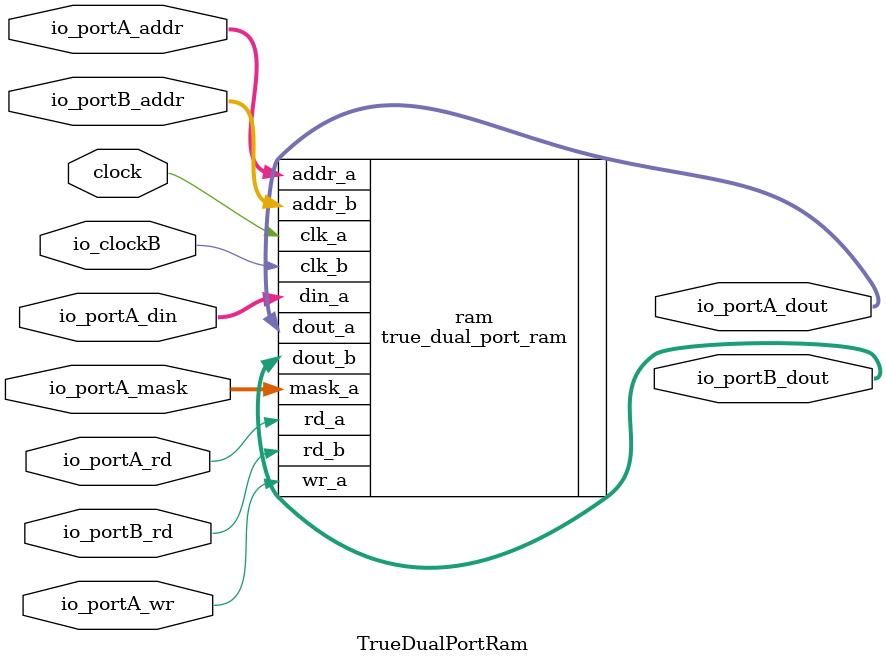
<source format=sv>
module TrueDualPortRam(
  input          clock,
  input          io_clockB,
  input          io_portA_rd,
  input          io_portA_wr,
  input  [14:0]  io_portA_addr,
  input  [1:0]   io_portA_mask,
  input  [15:0]  io_portA_din,
  output [15:0]  io_portA_dout,
  input          io_portB_rd,
  input  [11:0]  io_portB_addr,
  output [127:0] io_portB_dout
);

  true_dual_port_ram #(
    .ADDR_WIDTH_A(15),
    .ADDR_WIDTH_B(12),
    .DATA_WIDTH_A(16),
    .DATA_WIDTH_B(128),
    .DEPTH_A(0),
    .DEPTH_B(0),
    .MASK_ENABLE("TRUE")
  ) ram (
    .clk_a  (clock),
    .rd_a   (io_portA_rd),
    .wr_a   (io_portA_wr),
    .addr_a (io_portA_addr),
    .mask_a (io_portA_mask),
    .din_a  (io_portA_din),
    .dout_a (io_portA_dout),
    .clk_b  (io_clockB),
    .rd_b   (io_portB_rd),
    .addr_b (io_portB_addr),
    .dout_b (io_portB_dout)
  );
endmodule


</source>
